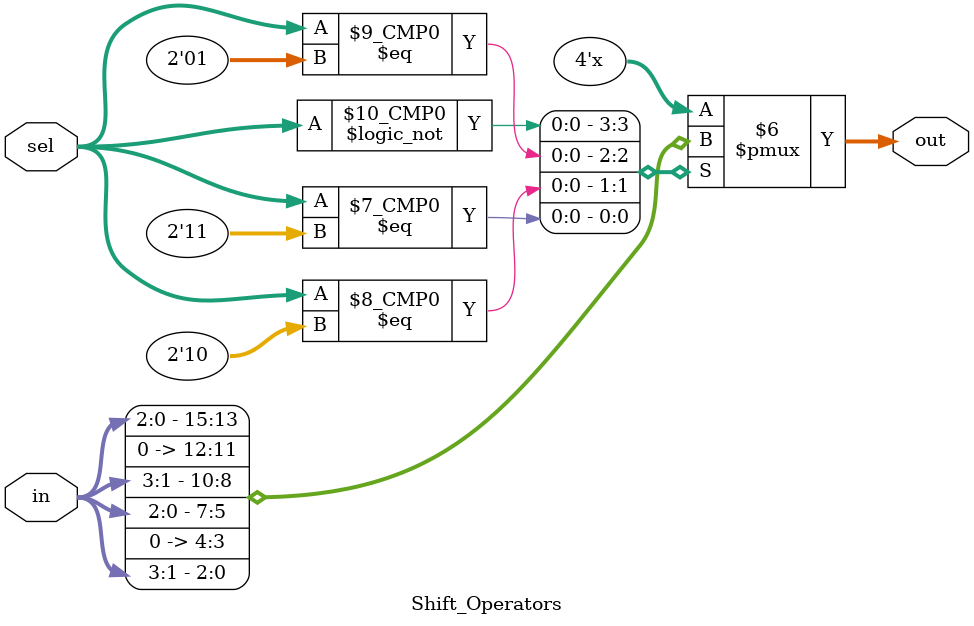
<source format=v>
`timescale 1ns / 1ps

module Shift_Operators(
input [3:0] in ,
input [1:0] sel, 
output reg [3:0] out);
wire [3:0]in;
wire [1:0]sel;

always @ ( in or sel) begin 
    case (sel)
        2'b00 : out = in << 1; //Performs Logical left shift
        2'b01 : out = in >> 1; //Performs Logical right shift
        2'b10 : out = in <<< 1; //Performs Arithmetic left shift
        2'b11 : out = in >>> 1; //Performs Arithmetic right shift
        default : out = 4'b0000;
    endcase
end

endmodule

</source>
